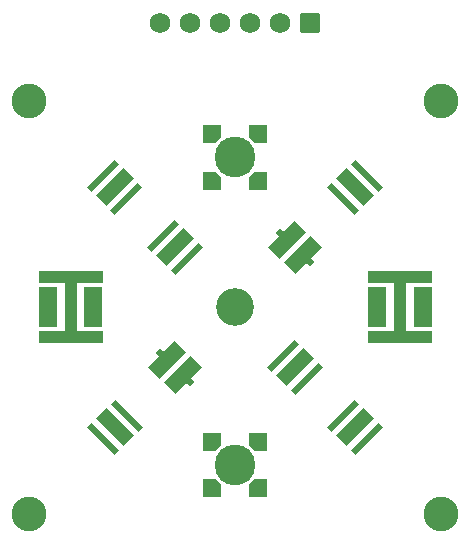
<source format=gts>
G04 #@! TF.GenerationSoftware,KiCad,Pcbnew,(6.0.7)*
G04 #@! TF.CreationDate,2023-04-22T02:00:50-05:00*
G04 #@! TF.ProjectId,LED_BoardRev2,4c45445f-426f-4617-9264-526576322e6b,rev?*
G04 #@! TF.SameCoordinates,Original*
G04 #@! TF.FileFunction,Soldermask,Top*
G04 #@! TF.FilePolarity,Negative*
%FSLAX46Y46*%
G04 Gerber Fmt 4.6, Leading zero omitted, Abs format (unit mm)*
G04 Created by KiCad (PCBNEW (6.0.7)) date 2023-04-22 02:00:50*
%MOMM*%
%LPD*%
G01*
G04 APERTURE LIST*
G04 Aperture macros list*
%AMRoundRect*
0 Rectangle with rounded corners*
0 $1 Rounding radius*
0 $2 $3 $4 $5 $6 $7 $8 $9 X,Y pos of 4 corners*
0 Add a 4 corners polygon primitive as box body*
4,1,4,$2,$3,$4,$5,$6,$7,$8,$9,$2,$3,0*
0 Add four circle primitives for the rounded corners*
1,1,$1+$1,$2,$3*
1,1,$1+$1,$4,$5*
1,1,$1+$1,$6,$7*
1,1,$1+$1,$8,$9*
0 Add four rect primitives between the rounded corners*
20,1,$1+$1,$2,$3,$4,$5,0*
20,1,$1+$1,$4,$5,$6,$7,0*
20,1,$1+$1,$6,$7,$8,$9,0*
20,1,$1+$1,$8,$9,$2,$3,0*%
%AMRotRect*
0 Rectangle, with rotation*
0 The origin of the aperture is its center*
0 $1 length*
0 $2 width*
0 $3 Rotation angle, in degrees counterclockwise*
0 Add horizontal line*
21,1,$1,$2,0,0,$3*%
%AMOutline5P*
0 Free polygon, 5 corners , with rotation*
0 The origin of the aperture is its center*
0 number of corners: always 5*
0 $1 to $10 corner X, Y*
0 $11 Rotation angle, in degrees counterclockwise*
0 create outline with 5 corners*
4,1,5,$1,$2,$3,$4,$5,$6,$7,$8,$9,$10,$1,$2,$11*%
%AMOutline6P*
0 Free polygon, 6 corners , with rotation*
0 The origin of the aperture is its center*
0 number of corners: always 6*
0 $1 to $12 corner X, Y*
0 $13 Rotation angle, in degrees counterclockwise*
0 create outline with 6 corners*
4,1,6,$1,$2,$3,$4,$5,$6,$7,$8,$9,$10,$11,$12,$1,$2,$13*%
%AMOutline7P*
0 Free polygon, 7 corners , with rotation*
0 The origin of the aperture is its center*
0 number of corners: always 7*
0 $1 to $14 corner X, Y*
0 $15 Rotation angle, in degrees counterclockwise*
0 create outline with 7 corners*
4,1,7,$1,$2,$3,$4,$5,$6,$7,$8,$9,$10,$11,$12,$13,$14,$1,$2,$15*%
%AMOutline8P*
0 Free polygon, 8 corners , with rotation*
0 The origin of the aperture is its center*
0 number of corners: always 8*
0 $1 to $16 corner X, Y*
0 $17 Rotation angle, in degrees counterclockwise*
0 create outline with 8 corners*
4,1,8,$1,$2,$3,$4,$5,$6,$7,$8,$9,$10,$11,$12,$13,$14,$15,$16,$1,$2,$17*%
%AMFreePoly0*
4,1,13,0.662500,-1.575000,-0.662500,-1.575000,-0.662500,-0.255000,-1.112500,-0.255000,-1.116037,-0.253536,-1.117500,-0.250000,-1.117500,0.250000,-1.116037,0.253536,-1.112500,0.255000,-0.662500,0.255000,-0.662500,1.575000,0.662500,1.575000,0.662500,-1.575000,0.662500,-1.575000,$1*%
%AMFreePoly1*
4,1,13,0.662500,0.255000,1.112500,0.255000,1.116037,0.253536,1.117500,0.250000,1.117500,-0.250000,1.116037,-0.253536,1.112500,-0.255000,0.662500,-0.255000,0.662500,-1.575000,-0.662500,-1.575000,-0.662500,1.575000,0.662500,1.575000,0.662500,0.255000,0.662500,0.255000,$1*%
%AMFreePoly2*
4,1,29,2.703536,3.023536,2.705000,3.020000,2.705000,2.000000,2.703536,1.996464,2.700000,1.995000,0.500000,1.995000,0.500000,-1.995000,2.700000,-1.995000,2.703536,-1.996464,2.705000,-2.000000,2.705000,-3.020000,2.703536,-3.023536,2.700000,-3.025000,-2.700000,-3.025000,-2.703536,-3.023536,-2.705000,-3.020000,-2.705000,-2.000000,-2.703536,-1.996464,-2.700000,-1.995000,-0.500000,-1.995000,
-0.500000,1.995000,-2.700000,1.995000,-2.703536,1.996464,-2.705000,2.000000,-2.705000,3.020000,-2.703536,3.023536,-2.700000,3.025000,2.700000,3.025000,2.703536,3.023536,2.703536,3.023536,$1*%
G04 Aperture macros list end*
%ADD10FreePoly0,315.000000*%
%ADD11FreePoly1,315.000000*%
%ADD12R,1.550000X3.400000*%
%ADD13FreePoly2,180.000000*%
%ADD14RotRect,3.300000X0.500000X315.000000*%
%ADD15RotRect,3.300000X1.300000X315.000000*%
%ADD16RotRect,3.300000X0.500000X225.000000*%
%ADD17RotRect,3.300000X1.300000X225.000000*%
%ADD18Outline5P,-0.735000X0.735000X0.735000X0.735000X0.735000X-0.335000X0.335000X-0.735000X-0.735000X-0.735000X90.000000*%
%ADD19Outline5P,-0.735000X0.735000X0.735000X0.735000X0.735000X-0.735000X-0.335000X-0.735000X-0.735000X-0.335000X90.000000*%
%ADD20Outline5P,-0.735000X0.735000X0.335000X0.735000X0.735000X0.335000X0.735000X-0.735000X-0.735000X-0.735000X90.000000*%
%ADD21Outline5P,-0.735000X0.335000X-0.335000X0.735000X0.735000X0.735000X0.735000X-0.735000X-0.735000X-0.735000X90.000000*%
%ADD22C,3.450000*%
%ADD23RotRect,3.300000X0.500000X135.000000*%
%ADD24RotRect,3.300000X1.300000X135.000000*%
%ADD25C,2.946400*%
%ADD26FreePoly0,135.000000*%
%ADD27FreePoly1,135.000000*%
%ADD28RotRect,3.300000X0.500000X45.000000*%
%ADD29RotRect,3.300000X1.300000X45.000000*%
%ADD30RoundRect,0.250000X0.620000X0.620000X-0.620000X0.620000X-0.620000X-0.620000X0.620000X-0.620000X0*%
%ADD31C,1.740000*%
%ADD32C,3.200000*%
%ADD33FreePoly2,0.000000*%
G04 APERTURE END LIST*
D10*
X131434765Y-113654765D03*
D11*
X132725235Y-114945235D03*
D12*
X125165800Y-109220000D03*
X121315800Y-109220000D03*
D13*
X123240800Y-109220000D03*
D14*
X127989949Y-118390051D03*
X126010051Y-120369949D03*
D15*
X127000000Y-119380000D03*
D16*
X143229949Y-115289949D03*
X141250051Y-113310051D03*
D17*
X142240000Y-114300000D03*
D18*
X135191000Y-124549400D03*
D19*
X135191000Y-120611400D03*
D20*
X139129000Y-124549400D03*
D21*
X139129000Y-120611400D03*
D22*
X137160000Y-122580400D03*
D16*
X127963898Y-100049949D03*
X125984000Y-98070051D03*
D17*
X126973949Y-99060000D03*
D23*
X146330051Y-100049949D03*
X148309949Y-98070051D03*
D24*
X147320000Y-99060000D03*
D25*
X154630120Y-91749880D03*
X119689880Y-91749880D03*
X154630120Y-126690120D03*
X119689880Y-126690120D03*
D26*
X142885235Y-104785235D03*
D27*
X141594765Y-103494765D03*
D28*
X131090164Y-103150051D03*
X133070062Y-105129949D03*
D29*
X132080113Y-104140000D03*
D28*
X146330051Y-118390051D03*
X148309949Y-120369949D03*
D29*
X147320000Y-119380000D03*
D19*
X135191000Y-94551000D03*
D18*
X135191000Y-98489000D03*
D20*
X139129000Y-98489000D03*
D21*
X139129000Y-94551000D03*
D22*
X137160000Y-96520000D03*
D30*
X143510000Y-85140800D03*
D31*
X140970000Y-85140800D03*
X138430000Y-85140800D03*
X135890000Y-85140800D03*
X133350000Y-85140800D03*
X130810000Y-85140800D03*
D32*
X137160000Y-109220000D03*
D12*
X149205000Y-109220000D03*
X153055000Y-109220000D03*
D33*
X151130000Y-109220000D03*
M02*

</source>
